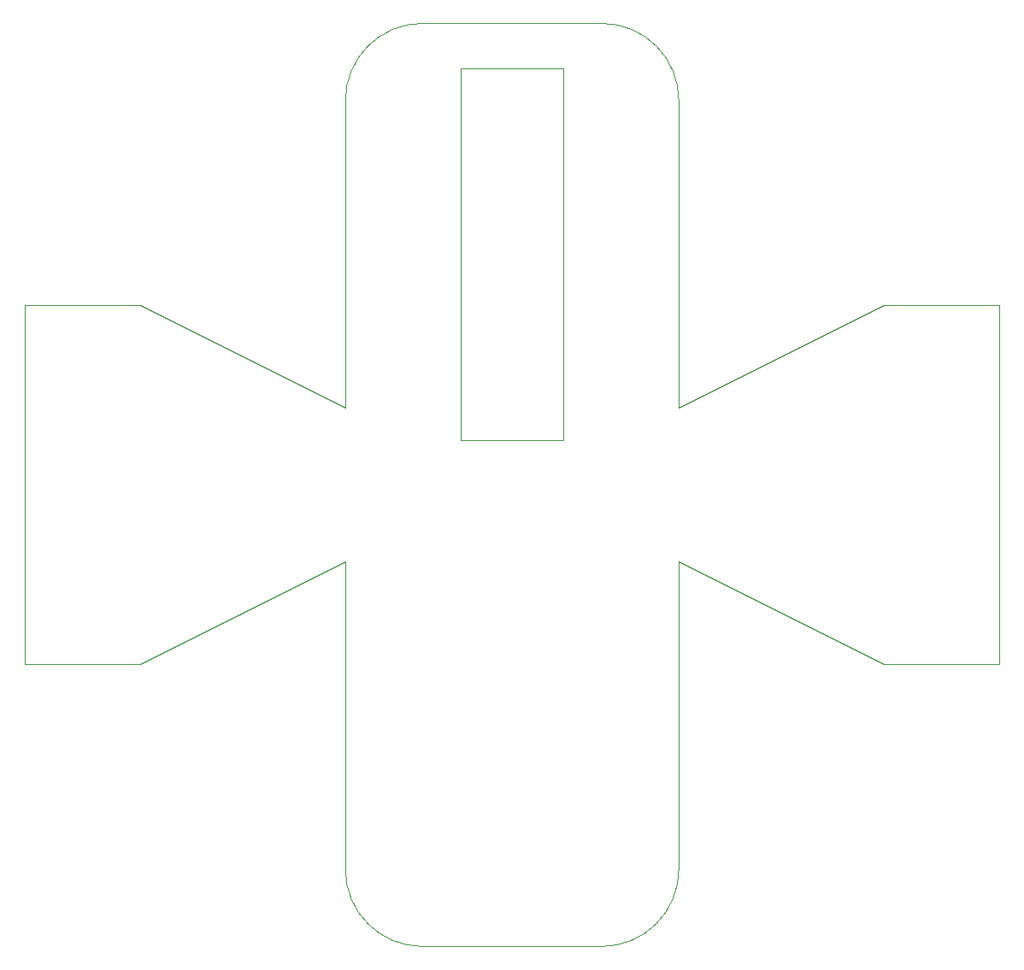
<source format=gbr>
%TF.GenerationSoftware,KiCad,Pcbnew,8.0.5*%
%TF.CreationDate,2024-10-21T23:21:48+02:00*%
%TF.ProjectId,kyb_sat,6b79625f-7361-4742-9e6b-696361645f70,rev?*%
%TF.SameCoordinates,Original*%
%TF.FileFunction,Profile,NP*%
%FSLAX46Y46*%
G04 Gerber Fmt 4.6, Leading zero omitted, Abs format (unit mm)*
G04 Created by KiCad (PCBNEW 8.0.5) date 2024-10-21 23:21:48*
%MOMM*%
%LPD*%
G01*
G04 APERTURE LIST*
%TA.AperFunction,Profile*%
%ADD10C,0.100000*%
%TD*%
%TA.AperFunction,Profile*%
%ADD11C,0.050000*%
%TD*%
G04 APERTURE END LIST*
D10*
X118110000Y-172720000D02*
G75*
G02*
X110490000Y-165100000I0J7620000D01*
G01*
X110490000Y-119380000D02*
X110490000Y-88900000D01*
X175260000Y-144780000D02*
X163830000Y-144780000D01*
X118110000Y-81280000D02*
X135890000Y-81280000D01*
X90170000Y-144780000D02*
X110490000Y-134620000D01*
X78740000Y-144780000D02*
X90170000Y-144780000D01*
X78740000Y-109220000D02*
X90170000Y-109220000D01*
X143510000Y-88900000D02*
X143510000Y-119380000D01*
X143510000Y-119380000D02*
X163830000Y-109220000D01*
X143510000Y-165100000D02*
X143510000Y-134620000D01*
D11*
X121920000Y-85725000D02*
X132080000Y-85725000D01*
X132080000Y-122555000D01*
X121920000Y-122555000D01*
X121920000Y-85725000D01*
D10*
X78740000Y-109220000D02*
X78740000Y-144780000D01*
X163830000Y-109220000D02*
X175260000Y-109220000D01*
X175260000Y-109220000D02*
X175260000Y-144780000D01*
X135890000Y-172720000D02*
X118110000Y-172720000D01*
X110490000Y-165100000D02*
X110490000Y-134620000D01*
X143510000Y-134620000D02*
X163830000Y-144780000D01*
X90170000Y-109220000D02*
X110490000Y-119380000D01*
X110490000Y-88900000D02*
G75*
G02*
X118110000Y-81280000I7620000J0D01*
G01*
X143510000Y-165100000D02*
G75*
G02*
X135890000Y-172720000I-7620000J0D01*
G01*
X135890000Y-81280000D02*
G75*
G02*
X143510000Y-88900000I0J-7620000D01*
G01*
M02*

</source>
